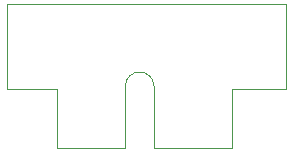
<source format=gbr>
%TF.GenerationSoftware,KiCad,Pcbnew,8.0.2-1*%
%TF.CreationDate,2024-06-17T16:09:05-04:00*%
%TF.ProjectId,Dummy Board,44756d6d-7920-4426-9f61-72642e6b6963,rev?*%
%TF.SameCoordinates,Original*%
%TF.FileFunction,Profile,NP*%
%FSLAX46Y46*%
G04 Gerber Fmt 4.6, Leading zero omitted, Abs format (unit mm)*
G04 Created by KiCad (PCBNEW 8.0.2-1) date 2024-06-17 16:09:05*
%MOMM*%
%LPD*%
G01*
G04 APERTURE LIST*
%TA.AperFunction,Profile*%
%ADD10C,0.050000*%
%TD*%
%TA.AperFunction,Profile*%
%ADD11C,0.120000*%
%TD*%
G04 APERTURE END LIST*
D10*
X150000000Y-80000000D02*
X149400000Y-80000000D01*
X150000000Y-87200000D02*
X150000000Y-80000000D01*
X145425000Y-87200000D02*
X150000000Y-87200000D01*
X126400000Y-80000000D02*
X149400000Y-80000000D01*
X126400000Y-87200000D02*
X126400000Y-80000000D01*
X130575000Y-87200000D02*
X126400000Y-87200000D01*
D11*
%TO.C,REF\u002A\u002A*%
X130575000Y-87200000D02*
X130575000Y-92200000D01*
X130575000Y-92200000D02*
X136405000Y-92200000D01*
X136405000Y-92200000D02*
X136405000Y-87000000D01*
X138805000Y-87000000D02*
X138805000Y-92200000D01*
X138805000Y-92200000D02*
X145425000Y-92200000D01*
X145425000Y-92200000D02*
X145425000Y-87200000D01*
X136405000Y-87000000D02*
G75*
G02*
X138805000Y-87000000I1200000J0D01*
G01*
%TD*%
M02*

</source>
